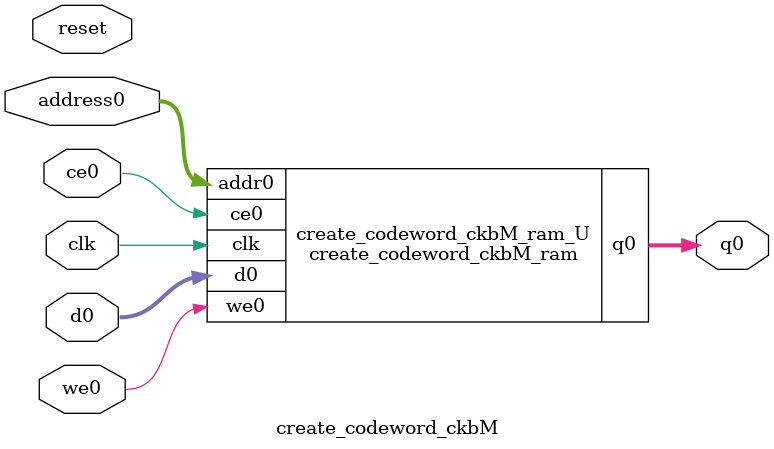
<source format=v>
`timescale 1 ns / 1 ps
module create_codeword_ckbM_ram (addr0, ce0, d0, we0, q0,  clk);

parameter DWIDTH = 32;
parameter AWIDTH = 5;
parameter MEM_SIZE = 27;

input[AWIDTH-1:0] addr0;
input ce0;
input[DWIDTH-1:0] d0;
input we0;
output reg[DWIDTH-1:0] q0;
input clk;

(* ram_style = "distributed" *)reg [DWIDTH-1:0] ram[0:MEM_SIZE-1];




always @(posedge clk)  
begin 
    if (ce0) begin
        if (we0) 
            ram[addr0] <= d0; 
        q0 <= ram[addr0];
    end
end


endmodule

`timescale 1 ns / 1 ps
module create_codeword_ckbM(
    reset,
    clk,
    address0,
    ce0,
    we0,
    d0,
    q0);

parameter DataWidth = 32'd32;
parameter AddressRange = 32'd27;
parameter AddressWidth = 32'd5;
input reset;
input clk;
input[AddressWidth - 1:0] address0;
input ce0;
input we0;
input[DataWidth - 1:0] d0;
output[DataWidth - 1:0] q0;



create_codeword_ckbM_ram create_codeword_ckbM_ram_U(
    .clk( clk ),
    .addr0( address0 ),
    .ce0( ce0 ),
    .we0( we0 ),
    .d0( d0 ),
    .q0( q0 ));

endmodule


</source>
